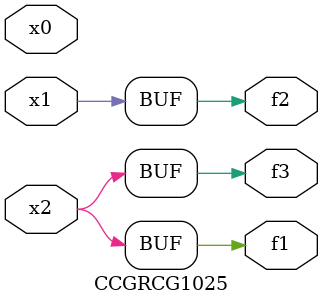
<source format=v>
module CCGRCG1025(
	input x0, x1, x2,
	output f1, f2, f3
);
	assign f1 = x2;
	assign f2 = x1;
	assign f3 = x2;
endmodule

</source>
